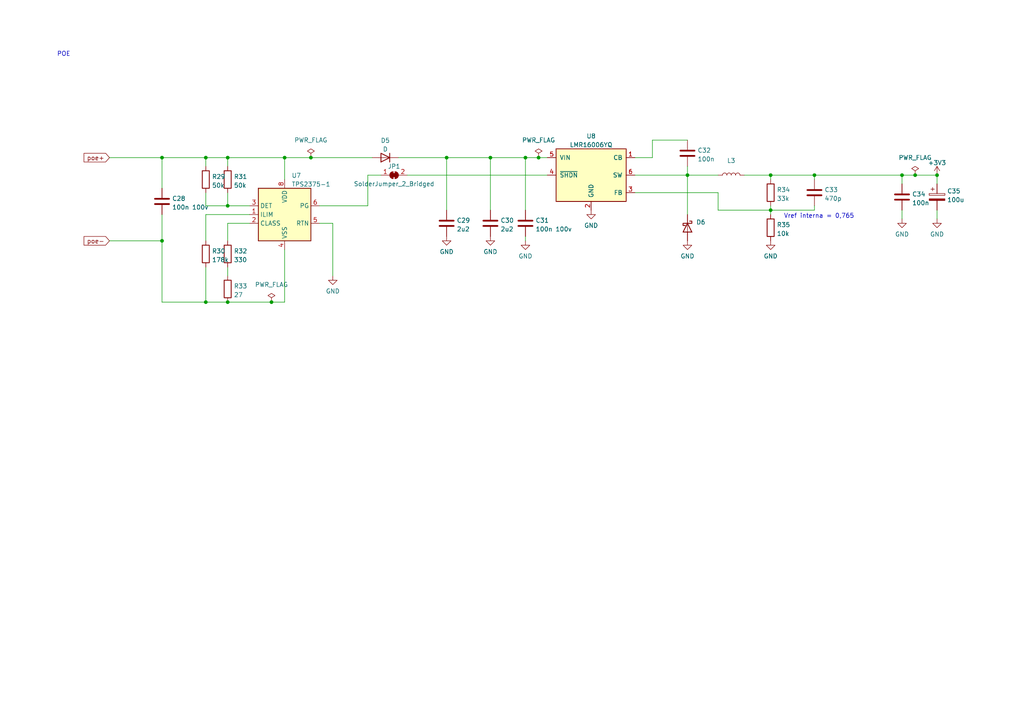
<source format=kicad_sch>
(kicad_sch (version 20211123) (generator eeschema)
  (paper "A4")
  (lib_symbols
    (symbol "Device:C" (pin_numbers hide) (pin_names (offset 0.254))
      (property "Reference" "C" (at 0.635 2.54 0))
      (property "Value" "C" (at 0.635 -2.54 0))
      (symbol "C_0_1"
        (polyline (pts (xy -2.032 -0.762) (xy 2.032 -0.762)) (stroke (width 0.508)))
        (polyline (pts (xy -2.032 0.762) (xy 2.032 0.762)) (stroke (width 0.508)))
      )
      (symbol "C_1_1"
        (pin passive line (at 0 3.81 270) (length 2.794) (name "~") (number "1"))
        (pin passive line (at 0 -3.81 90) (length 2.794) (name "~") (number "2"))
      )
    )
    (symbol "Device:C_Polarized" (pin_numbers hide) (pin_names (offset 0.254))
      (property "Reference" "C" (at 0.635 2.54 0))
      (property "Value" "C_Polarized" (at 0.635 -2.54 0))
      (symbol "C_Polarized_0_1"
        (rectangle (start -2.286 0.508) (end 2.286 1.016))
        (polyline (pts (xy -1.778 2.286) (xy -0.762 2.286)))
        (polyline (pts (xy -1.27 2.794) (xy -1.27 1.778)))
        (rectangle (start 2.286 -0.508) (end -2.286 -1.016) (fill (type outline)))
      )
      (symbol "C_Polarized_1_1"
        (pin passive line (at 0 3.81 270) (length 2.794) (name "~") (number "1"))
        (pin passive line (at 0 -3.81 90) (length 2.794) (name "~") (number "2"))
      )
    )
    (symbol "Device:D" (pin_numbers hide) (pin_names (offset 1.016) hide)
      (property "Reference" "D" (at 0 2.54 0))
      (property "Value" "D" (at 0 -2.54 0))
      (symbol "D_0_1"
        (polyline (pts (xy -1.27 1.27) (xy -1.27 -1.27)) (stroke (width 0.254)))
        (polyline (pts (xy 1.27 0) (xy -1.27 0)))
        (polyline (pts (xy 1.27 1.27) (xy 1.27 -1.27) (xy -1.27 0) (xy 1.27 1.27)) (stroke (width 0.254)))
      )
      (symbol "D_1_1"
        (pin passive line (at -3.81 0 0) (length 2.54) (name "K") (number "1"))
        (pin passive line (at 3.81 0 180) (length 2.54) (name "A") (number "2"))
      )
    )
    (symbol "Device:D_Schottky" (pin_numbers hide) (pin_names (offset 1.016) hide)
      (property "Reference" "D" (at 0 2.54 0))
      (property "Value" "D_Schottky" (at 0 -2.54 0))
      (symbol "D_Schottky_0_1"
        (polyline (pts (xy 1.27 0) (xy -1.27 0)))
        (polyline (pts (xy 1.27 1.27) (xy 1.27 -1.27) (xy -1.27 0) (xy 1.27 1.27)) (stroke (width 0.254)))
        (polyline (pts (xy -1.905 0.635) (xy -1.905 1.27) (xy -1.27 1.27) (xy -1.27 -1.27) (xy -0.635 -1.27) (xy -0.635 -0.635)) (stroke (width 0.254)))
      )
      (symbol "D_Schottky_1_1"
        (pin passive line (at -3.81 0 0) (length 2.54) (name "K") (number "1"))
        (pin passive line (at 3.81 0 180) (length 2.54) (name "A") (number "2"))
      )
    )
    (symbol "Device:L" (pin_numbers hide) (pin_names (offset 1.016) hide)
      (property "Reference" "L" (at -1.27 0 90))
      (property "Value" "L" (at 1.905 0 90))
      (symbol "L_0_1"
        (arc (start 0 -2.54) (mid 0.635 -1.905) (end 0 -1.27))
        (arc (start 0 -1.27) (mid 0.635 -0.635) (end 0 0))
        (arc (start 0 0) (mid 0.635 0.635) (end 0 1.27))
        (arc (start 0 1.27) (mid 0.635 1.905) (end 0 2.54))
      )
      (symbol "L_1_1"
        (pin passive line (at 0 3.81 270) (length 1.27) (name "1") (number "1"))
        (pin passive line (at 0 -3.81 90) (length 1.27) (name "2") (number "2"))
      )
    )
    (symbol "Device:R" (pin_numbers hide) (pin_names (offset 0))
      (property "Reference" "R" (at 2.032 0 90))
      (property "Value" "R" (at 0 0 90))
      (symbol "R_0_1"
        (rectangle (start -1.016 -2.54) (end 1.016 2.54) (stroke (width 0.254)))
      )
      (symbol "R_1_1"
        (pin passive line (at 0 3.81 270) (length 1.27) (name "~") (number "1"))
        (pin passive line (at 0 -3.81 90) (length 1.27) (name "~") (number "2"))
      )
    )
    (symbol "Jumper:SolderJumper_2_Bridged" (pin_names (offset 0) hide)
      (property "Reference" "JP" (at 0 2.032 0))
      (property "Value" "SolderJumper_2_Bridged" (at 0 -2.54 0))
      (symbol "SolderJumper_2_Bridged_0_1"
        (rectangle (start -0.508 0.508) (end 0.508 -0.508) (fill (type outline)))
        (arc (start -0.254 1.016) (mid -1.27 0) (end -0.254 -1.016))
        (arc (start -0.254 1.016) (mid -1.27 0) (end -0.254 -1.016) (fill (type outline)))
        (polyline (pts (xy -0.254 1.016) (xy -0.254 -1.016)))
        (polyline (pts (xy 0.254 1.016) (xy 0.254 -1.016)))
        (arc (start 0.254 -1.016) (mid 1.27 0) (end 0.254 1.016))
        (arc (start 0.254 -1.016) (mid 1.27 0) (end 0.254 1.016) (fill (type outline)))
      )
      (symbol "SolderJumper_2_Bridged_1_1"
        (pin passive line (at -3.81 0 0) (length 2.54) (name "A") (number "1"))
        (pin passive line (at 3.81 0 180) (length 2.54) (name "B") (number "2"))
      )
    )
    (symbol "Regulator_Controller:TPS2375-1"
      (property "Reference" "U7" (at 2.0194 11.3198 0))
      (property "Value" "TPS2375-1" (at 2.0194 8.7829 0))
      (symbol "TPS2375-1_0_1"
        (rectangle (start -7.62 7.62) (end 7.62 -7.62) (stroke (width 0.254)) (fill (type background)))
      )
      (symbol "TPS2375-1_1_1"
        (pin passive line (at -10.16 0 0) (length 2.54) (name "ILIM") (number "1"))
        (pin passive line (at -10.16 -2.54 0) (length 2.54) (name "CLASS") (number "2"))
        (pin passive line (at -10.16 2.54 0) (length 2.54) (name "DET") (number "3"))
        (pin power_in line (at 0 -10.16 90) (length 2.54) (name "VSS") (number "4"))
        (pin passive line (at 10.16 -2.54 180) (length 2.54) (name "RTN") (number "5"))
        (pin open_collector line (at 10.16 2.54 180) (length 2.54) (name "PG") (number "6"))
        (pin no_connect line (at 7.62 0 180) (length 2.54) hide (name "NC") (number "7"))
        (pin power_in line (at 0 10.16 270) (length 2.54) (name "VDD") (number "8"))
      )
    )
    (symbol "Regulator_Switching:LMR16006YQ" (pin_names (offset 1.016))
      (property "Reference" "U" (at -10.16 11.43 0))
      (property "Value" "LMR16006YQ" (at -10.16 8.89 0))
      (symbol "LMR16006YQ_0_1"
        (rectangle (start -10.16 7.62) (end 10.16 -7.62) (stroke (width 0.254)) (fill (type background)))
      )
      (symbol "LMR16006YQ_1_1"
        (pin input line (at 12.7 5.08 180) (length 2.54) (name "CB") (number "1"))
        (pin power_in line (at 0 -10.16 90) (length 2.54) (name "GND") (number "2"))
        (pin input line (at 12.7 -5.08 180) (length 2.54) (name "FB") (number "3"))
        (pin input line (at -12.7 0 0) (length 2.54) (name "~{SHDN}") (number "4"))
        (pin power_in line (at -12.7 5.08 0) (length 2.54) (name "VIN") (number "5"))
        (pin output line (at 12.7 0 180) (length 2.54) (name "SW") (number "6"))
      )
    )
    (symbol "power:+3.3V" (power) (pin_names (offset 0))
      (property "Value" "+3.3V" (at 0 3.556 0))
      (symbol "+3.3V_0_1"
        (polyline (pts (xy -0.762 1.27) (xy 0 2.54)))
        (polyline (pts (xy 0 0) (xy 0 2.54)))
        (polyline (pts (xy 0 2.54) (xy 0.762 1.27)))
      )
      (symbol "+3.3V_1_1"
        (pin power_in line (at 0 0 90) (length 0) hide (name "+3V3") (number "1"))
      )
    )
    (symbol "power:GND" (power) (pin_names (offset 0))
      (property "Value" "GND" (at 0 -3.81 0))
      (symbol "GND_0_1"
        (polyline (pts (xy 0 0) (xy 0 -1.27) (xy 1.27 -1.27) (xy 0 -2.54) (xy -1.27 -1.27) (xy 0 -1.27)))
      )
      (symbol "GND_1_1"
        (pin power_in line (at 0 0 270) (length 0) hide (name "GND") (number "1"))
      )
    )
    (symbol "power:PWR_FLAG" (power) (pin_numbers hide) (pin_names (offset 0) hide)
      (property "Value" "PWR_FLAG" (at 0 3.81 0))
      (symbol "PWR_FLAG_0_0"
        (pin power_out line (at 0 0 90) (length 0) (name "pwr") (number "1"))
      )
      (symbol "PWR_FLAG_0_1"
        (polyline (pts (xy 0 0) (xy 0 1.27) (xy -1.016 1.905) (xy 0 2.54) (xy 1.016 1.905) (xy 0 1.27)))
      )
    )
  )
  (junction (at 223.52 60.96))
  (junction (at 82.55 45.72))
  (junction (at 59.69 45.72))
  (junction (at 66.04 59.69))
  (junction (at 223.52 50.8))
  (junction (at 236.22 50.8))
  (junction (at 46.99 69.85))
  (junction (at 156.21 45.72))
  (junction (at 261.62 50.8))
  (junction (at 152.4 45.72))
  (junction (at 46.99 45.72))
  (junction (at 129.54 45.72))
  (junction (at 66.04 45.72))
  (junction (at 78.74 87.63))
  (junction (at 142.24 45.72))
  (junction (at 59.69 87.63))
  (junction (at 66.04 87.63))
  (junction (at 199.39 50.8))
  (junction (at 271.78 50.8))
  (junction (at 265.43 50.8))
  (junction (at 90.17 45.72))
  (wire (pts (xy 59.69 59.69) (xy 66.04 59.69)))
  (wire (pts (xy 152.4 45.72) (xy 152.4 60.96)))
  (wire (pts (xy 66.04 69.85) (xy 66.04 64.77)))
  (wire (pts (xy 261.62 53.34) (xy 261.62 50.8)))
  (wire (pts (xy 199.39 48.26) (xy 199.39 50.8)))
  (wire (pts (xy 152.4 68.58) (xy 152.4 69.85)))
  (wire (pts (xy 236.22 60.96) (xy 236.22 59.69)))
  (wire (pts (xy 261.62 60.96) (xy 261.62 63.5)))
  (wire (pts (xy 66.04 59.69) (xy 66.04 55.88)))
  (wire (pts (xy 90.17 45.72) (xy 107.95 45.72)))
  (wire (pts (xy 208.28 55.88) (xy 184.15 55.88)))
  (wire (pts (xy 66.04 87.63) (xy 78.74 87.63)))
  (wire (pts (xy 59.69 87.63) (xy 46.99 87.63)))
  (wire (pts (xy 265.43 50.8) (xy 271.78 50.8)))
  (wire (pts (xy 189.23 45.72) (xy 189.23 40.64)))
  (wire (pts (xy 199.39 50.8) (xy 208.28 50.8)))
  (wire (pts (xy 199.39 50.8) (xy 199.39 62.23)))
  (wire (pts (xy 129.54 45.72) (xy 129.54 60.96)))
  (wire (pts (xy 142.24 45.72) (xy 142.24 60.96)))
  (wire (pts (xy 271.78 63.5) (xy 271.78 60.96)))
  (wire (pts (xy 59.69 55.88) (xy 59.69 59.69)))
  (wire (pts (xy 106.68 50.8) (xy 110.49 50.8)))
  (wire (pts (xy 46.99 45.72) (xy 46.99 54.61)))
  (wire (pts (xy 59.69 48.26) (xy 59.69 45.72)))
  (wire (pts (xy 184.15 50.8) (xy 199.39 50.8)))
  (wire (pts (xy 189.23 40.64) (xy 199.39 40.64)))
  (wire (pts (xy 82.55 87.63) (xy 82.55 72.39)))
  (wire (pts (xy 66.04 77.47) (xy 66.04 80.01)))
  (wire (pts (xy 156.21 45.72) (xy 158.75 45.72)))
  (wire (pts (xy 223.52 60.96) (xy 208.28 60.96)))
  (wire (pts (xy 271.78 50.8) (xy 271.78 53.34)))
  (wire (pts (xy 31.75 45.72) (xy 46.99 45.72)))
  (wire (pts (xy 223.52 50.8) (xy 223.52 52.07)))
  (wire (pts (xy 59.69 69.85) (xy 59.69 62.23)))
  (wire (pts (xy 59.69 62.23) (xy 72.39 62.23)))
  (wire (pts (xy 46.99 87.63) (xy 46.99 69.85)))
  (wire (pts (xy 236.22 50.8) (xy 236.22 52.07)))
  (wire (pts (xy 106.68 59.69) (xy 106.68 50.8)))
  (wire (pts (xy 215.9 50.8) (xy 223.52 50.8)))
  (wire (pts (xy 92.71 64.77) (xy 96.52 64.77)))
  (wire (pts (xy 208.28 60.96) (xy 208.28 55.88)))
  (wire (pts (xy 82.55 45.72) (xy 66.04 45.72)))
  (wire (pts (xy 223.52 59.69) (xy 223.52 60.96)))
  (wire (pts (xy 118.11 50.8) (xy 158.75 50.8)))
  (wire (pts (xy 96.52 64.77) (xy 96.52 80.01)))
  (wire (pts (xy 46.99 69.85) (xy 31.75 69.85)))
  (wire (pts (xy 223.52 50.8) (xy 236.22 50.8)))
  (wire (pts (xy 129.54 45.72) (xy 142.24 45.72)))
  (wire (pts (xy 66.04 59.69) (xy 72.39 59.69)))
  (wire (pts (xy 223.52 60.96) (xy 223.52 62.23)))
  (wire (pts (xy 261.62 50.8) (xy 236.22 50.8)))
  (wire (pts (xy 66.04 64.77) (xy 72.39 64.77)))
  (wire (pts (xy 66.04 48.26) (xy 66.04 45.72)))
  (wire (pts (xy 223.52 60.96) (xy 236.22 60.96)))
  (wire (pts (xy 115.57 45.72) (xy 129.54 45.72)))
  (wire (pts (xy 261.62 50.8) (xy 265.43 50.8)))
  (wire (pts (xy 59.69 45.72) (xy 66.04 45.72)))
  (wire (pts (xy 184.15 45.72) (xy 189.23 45.72)))
  (wire (pts (xy 46.99 45.72) (xy 59.69 45.72)))
  (wire (pts (xy 66.04 87.63) (xy 59.69 87.63)))
  (wire (pts (xy 152.4 45.72) (xy 156.21 45.72)))
  (wire (pts (xy 46.99 62.23) (xy 46.99 69.85)))
  (wire (pts (xy 82.55 45.72) (xy 90.17 45.72)))
  (wire (pts (xy 142.24 45.72) (xy 152.4 45.72)))
  (wire (pts (xy 92.71 59.69) (xy 106.68 59.69)))
  (wire (pts (xy 78.74 87.63) (xy 82.55 87.63)))
  (wire (pts (xy 82.55 52.07) (xy 82.55 45.72)))
  (wire (pts (xy 59.69 77.47) (xy 59.69 87.63)))
  (text "Vref interna = 0,765" (at 227.33 63.5 0) (effects (font (size 1.27 1.27)) (justify left bottom)))
  (text "POE" (at 16.51 16.51 0) (effects (font (size 1.27 1.27)) (justify left bottom)))
  (global_label "poe-" (shape input) (at 31.75 69.85 180) (property "Intersheet References" "${INTERSHEET_REFS}" (effects hide)))
  (global_label "poe+" (shape input) (at 31.75 45.72 180) (property "Intersheet References" "${INTERSHEET_REFS}" (effects hide)))
  (symbol (lib_id "Device:R") (at 223.52 55.88 0) (unit 1)
    (property "Reference" "R34" (at 225.298 55.0453 0) (effects (justify left)))
    (property "Value" "33k" (at 225.298 57.5822 0) (effects (justify left)))
    (property "Footprint" "Resistor_SMD:R_0603_1608Metric" (effects hide))
  )
  (symbol (lib_id "Regulator_Switching:LMR16006YQ") (at 171.45 50.8 0) (unit 1)
    (property "Reference" "U8" (at 171.45 39.4802 0))
    (property "Value" "LMR16006YQ" (at 171.45 42.0171 0))
    (property "Footprint" "Package_TO_SOT_SMD:SOT-23-6" (effects hide))
    (property "Datasheet" "http://www.ti.com/lit/ds/symlink/lmr16006y-q1.pdf" (effects hide))
  )
  (symbol (lib_id "power:+3.3V") (at 271.78 50.8 0) (unit 1)
    (property "Reference" "#PWR0183" (effects hide))
    (property "Value" "+3.3V" (at 271.78 47.2242 0))
  )
  (symbol (lib_id "Jumper:SolderJumper_2_Bridged") (at 114.3 50.8 0) (unit 1)
    (property "Reference" "JP1" (at 114.3 48.26 0))
    (property "Value" "SolderJumper_2_Bridged" (at 114.3 53.34 0))
    (property "Footprint" "Jumper:SolderJumper-2_P1.3mm_Bridged_Pad1.0x1.5mm" (effects hide))
  )
  (symbol (lib_id "Device:R") (at 66.04 73.66 0) (unit 1)
    (property "Reference" "R32" (at 67.818 72.8253 0) (effects (justify left)))
    (property "Value" "330" (at 67.818 75.3622 0) (effects (justify left)))
    (property "Footprint" "Resistor_SMD:R_0603_1608Metric" (effects hide))
  )
  (symbol (lib_id "Device:C") (at 199.39 44.45 0) (unit 1)
    (property "Reference" "C32" (at 202.311 43.6153 0) (effects (justify left)))
    (property "Value" "100n" (at 202.311 46.1522 0) (effects (justify left)))
    (property "Footprint" "Capacitor_SMD:C_0603_1608Metric" (effects hide))
  )
  (symbol (lib_id "Device:R") (at 223.52 66.04 0) (unit 1)
    (property "Reference" "R35" (at 225.298 65.2053 0) (effects (justify left)))
    (property "Value" "10k" (at 225.298 67.7422 0) (effects (justify left)))
    (property "Footprint" "Resistor_SMD:R_0603_1608Metric" (effects hide))
  )
  (symbol (lib_id "Device:R") (at 59.69 52.07 0) (unit 1)
    (property "Reference" "R29" (at 61.468 51.2353 0) (effects (justify left)))
    (property "Value" "50k" (at 61.468 53.7722 0) (effects (justify left)))
    (property "Footprint" "Resistor_SMD:R_0603_1608Metric" (effects hide))
  )
  (symbol (lib_id "Device:C_Polarized") (at 271.78 57.15 0) (unit 1)
    (property "Reference" "C35" (at 274.701 55.4263 0) (effects (justify left)))
    (property "Value" "100u" (at 274.701 57.9632 0) (effects (justify left)))
    (property "Footprint" "Capacitor_SMD:C_0805_2012Metric" (effects hide))
  )
  (symbol (lib_id "power:GND") (at 171.45 60.96 0) (unit 1)
    (property "Reference" "#PWR0190" (effects hide))
    (property "Value" "GND" (at 171.45 65.4034 0))
  )
  (symbol (lib_id "Regulator_Controller:TPS2375-1") (at 82.55 62.23 0) (unit 1)
    (property "Reference" "U7" (at 84.5694 50.9102 0) (effects (justify left)))
    (property "Value" "TPS2375-1" (at 84.5694 53.4471 0) (effects (justify left)))
    (property "Footprint" "Package_SO:TSSOP-8_4.4x3mm_P0.65mm" (effects hide))
    (property "Datasheet" "https://www.ti.com/lit/gpn/tps2375-1" (effects hide))
  )
  (symbol (lib_id "Device:C") (at 129.54 64.77 0) (unit 1)
    (property "Reference" "C29" (at 132.461 63.9353 0) (effects (justify left)))
    (property "Value" "2u2" (at 132.461 66.4722 0) (effects (justify left)))
  )
  (symbol (lib_id "power:PWR_FLAG") (at 78.74 87.63 0) (unit 1)
    (property "Reference" "#FLG0104" (effects hide))
    (property "Value" "PWR_FLAG" (at 78.74 82.55 0))
  )
  (symbol (lib_id "power:GND") (at 152.4 69.85 0) (unit 1)
    (property "Reference" "#PWR0188" (effects hide))
    (property "Value" "GND" (at 152.4 74.2934 0))
  )
  (symbol (lib_id "power:PWR_FLAG") (at 156.21 45.72 0) (unit 1)
    (property "Reference" "#FLG0105" (effects hide))
    (property "Value" "PWR_FLAG" (at 156.21 40.64 0))
  )
  (symbol (lib_id "power:GND") (at 199.39 69.85 0) (unit 1)
    (property "Reference" "#PWR0186" (effects hide))
    (property "Value" "GND" (at 199.39 74.2934 0))
  )
  (symbol (lib_id "Device:C") (at 261.62 57.15 0) (unit 1)
    (property "Reference" "C34" (at 264.541 56.3153 0) (effects (justify left)))
    (property "Value" "100n" (at 264.541 58.8522 0) (effects (justify left)))
    (property "Footprint" "Capacitor_SMD:C_0603_1608Metric" (effects hide))
  )
  (symbol (lib_id "power:PWR_FLAG") (at 90.17 45.72 0) (unit 1)
    (property "Reference" "#FLG0103" (effects hide))
    (property "Value" "PWR_FLAG" (at 90.17 40.64 0))
  )
  (symbol (lib_id "Device:D_Schottky") (at 199.39 66.04 270) (unit 1)
    (property "Reference" "D6" (at 201.93 64.4524 90) (effects (justify left)))
  )
  (symbol (lib_id "Device:C") (at 152.4 64.77 0) (unit 1)
    (property "Reference" "C31" (at 155.321 63.9353 0) (effects (justify left)))
    (property "Value" "100n 100v" (at 155.321 66.4722 0) (effects (justify left)))
    (property "Footprint" "Capacitor_SMD:C_0603_1608Metric" (effects hide))
  )
  (symbol (lib_id "power:GND") (at 261.62 63.5 0) (unit 1)
    (property "Reference" "#PWR0182" (effects hide))
    (property "Value" "GND" (at 261.62 67.9434 0))
  )
  (symbol (lib_id "power:PWR_FLAG") (at 265.43 50.8 0) (unit 1)
    (property "Reference" "#FLG0102" (effects hide))
    (property "Value" "PWR_FLAG" (at 265.43 45.72 0))
  )
  (symbol (lib_id "power:GND") (at 271.78 63.5 0) (unit 1)
    (property "Reference" "#PWR0184" (effects hide))
    (property "Value" "GND" (at 271.78 67.9434 0))
  )
  (symbol (lib_id "Device:C") (at 236.22 55.88 0) (unit 1)
    (property "Reference" "C33" (at 239.141 55.0453 0) (effects (justify left)))
    (property "Value" "470p" (at 239.141 57.5822 0) (effects (justify left)))
    (property "Footprint" "Capacitor_SMD:C_0603_1608Metric" (effects hide))
  )
  (symbol (lib_id "Device:R") (at 66.04 52.07 0) (unit 1)
    (property "Reference" "R31" (at 67.818 51.2353 0) (effects (justify left)))
    (property "Value" "50k" (at 67.818 53.7722 0) (effects (justify left)))
    (property "Footprint" "Resistor_SMD:R_0603_1608Metric" (effects hide))
  )
  (symbol (lib_id "Device:L") (at 212.09 50.8 90) (unit 1)
    (property "Reference" "L3" (at 212.09 46.5922 90))
  )
  (symbol (lib_id "power:GND") (at 142.24 68.58 0) (unit 1)
    (property "Reference" "#PWR0189" (effects hide))
    (property "Value" "GND" (at 142.24 73.0234 0))
  )
  (symbol (lib_id "power:GND") (at 223.52 69.85 0) (unit 1)
    (property "Reference" "#PWR0181" (effects hide))
    (property "Value" "GND" (at 223.52 74.2934 0))
  )
  (symbol (lib_id "Device:R") (at 66.04 83.82 0) (unit 1)
    (property "Reference" "R33" (at 67.818 82.9853 0) (effects (justify left)))
    (property "Value" "27" (at 67.818 85.5222 0) (effects (justify left)))
    (property "Footprint" "Resistor_SMD:R_0603_1608Metric" (effects hide))
  )
  (symbol (lib_id "power:GND") (at 129.54 68.58 0) (unit 1)
    (property "Reference" "#PWR0187" (effects hide))
    (property "Value" "GND" (at 129.54 73.0234 0))
  )
  (symbol (lib_id "Device:D") (at 111.76 45.72 180) (unit 1)
    (property "Reference" "D5" (at 111.76 40.7502 0))
    (property "Value" "D" (at 111.76 43.2871 0))
  )
  (symbol (lib_id "power:GND") (at 96.52 80.01 0) (unit 1)
    (property "Reference" "#PWR0185" (effects hide))
    (property "Value" "GND" (at 96.52 84.4534 0))
  )
  (symbol (lib_id "Device:C") (at 46.99 58.42 0) (unit 1)
    (property "Reference" "C28" (at 49.911 57.5853 0) (effects (justify left)))
    (property "Value" "100n 100v" (at 49.911 60.1222 0) (effects (justify left)))
    (property "Footprint" "Capacitor_SMD:C_0603_1608Metric" (effects hide))
  )
  (symbol (lib_id "Device:C") (at 142.24 64.77 0) (unit 1)
    (property "Reference" "C30" (at 145.161 63.9353 0) (effects (justify left)))
    (property "Value" "2u2" (at 145.161 66.4722 0) (effects (justify left)))
  )
  (symbol (lib_id "Device:R") (at 59.69 73.66 0) (unit 1)
    (property "Reference" "R30" (at 61.468 72.8253 0) (effects (justify left)))
    (property "Value" "178k" (at 61.468 75.3622 0) (effects (justify left)))
    (property "Footprint" "Resistor_SMD:R_0603_1608Metric" (effects hide))
  )
)
</source>
